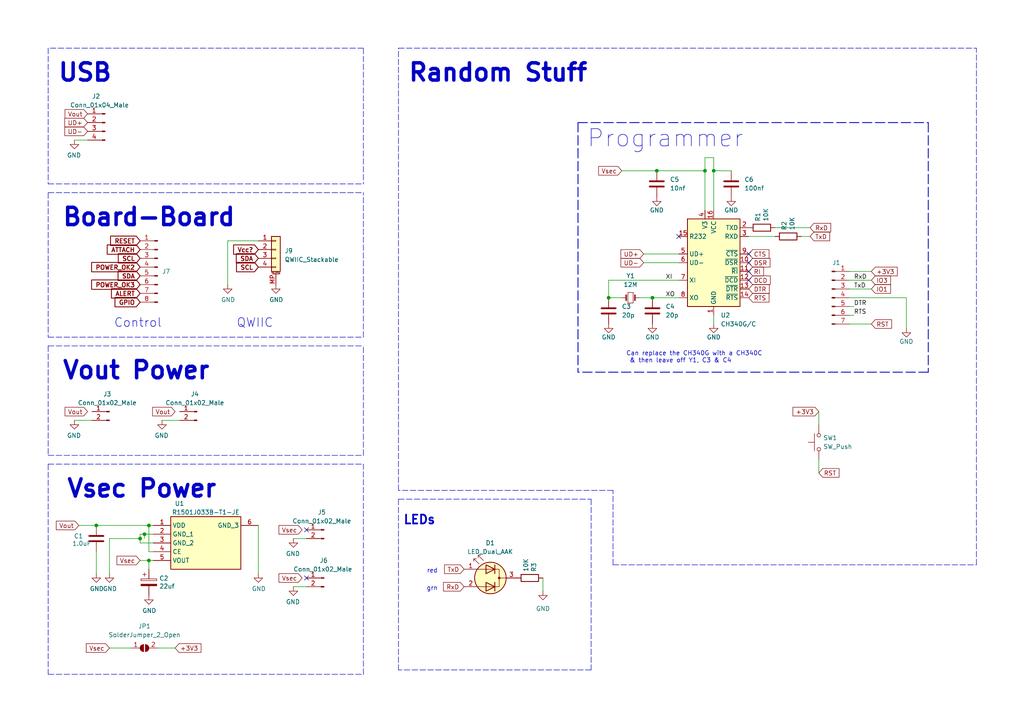
<source format=kicad_sch>
(kicad_sch (version 20211123) (generator eeschema)
  (paper "A4")
  (title_block (title "Prototype Board") (rev "0.0.4") (company "The Nerd Mage"))
  (lib_symbols
    (symbol "Connector:Conn_01x02_Male" (pin_names (offset 1.016) hide)
      (property "Reference" "J" (at 0 2.54 0))
      (property "Value" "Conn_01x02_Male" (at 0 -5.08 0))
      (symbol "Conn_01x02_Male_1_1"
        (polyline (pts (xy 1.27 -2.54) (xy 0.8636 -2.54)) (stroke (width 0.1524)))
        (polyline (pts (xy 1.27 0) (xy 0.8636 0)) (stroke (width 0.1524)))
        (rectangle (start 0.8636 -2.413) (end 0 -2.667) (stroke (width 0.1524)) (fill (type outline)))
        (rectangle (start 0.8636 0.127) (end 0 -0.127) (stroke (width 0.1524)) (fill (type outline)))
        (pin passive line (at 5.08 0 180) (length 3.81) (name "Pin_1") (number "1"))
        (pin passive line (at 5.08 -2.54 180) (length 3.81) (name "Pin_2") (number "2"))
      )
    )
    (symbol "Connector:Conn_01x04_Male" (pin_names (offset 1.016) hide)
      (property "Reference" "J" (at 0 5.08 0))
      (property "Value" "Conn_01x04_Male" (at 0 -7.62 0))
      (symbol "Conn_01x04_Male_1_1"
        (polyline (pts (xy 1.27 -5.08) (xy 0.8636 -5.08)) (stroke (width 0.1524)))
        (polyline (pts (xy 1.27 -2.54) (xy 0.8636 -2.54)) (stroke (width 0.1524)))
        (polyline (pts (xy 1.27 0) (xy 0.8636 0)) (stroke (width 0.1524)))
        (polyline (pts (xy 1.27 2.54) (xy 0.8636 2.54)) (stroke (width 0.1524)))
        (rectangle (start 0.8636 -4.953) (end 0 -5.207) (stroke (width 0.1524)) (fill (type outline)))
        (rectangle (start 0.8636 -2.413) (end 0 -2.667) (stroke (width 0.1524)) (fill (type outline)))
        (rectangle (start 0.8636 0.127) (end 0 -0.127) (stroke (width 0.1524)) (fill (type outline)))
        (rectangle (start 0.8636 2.667) (end 0 2.413) (stroke (width 0.1524)) (fill (type outline)))
        (pin passive line (at 5.08 2.54 180) (length 3.81) (name "Pin_1") (number "1"))
        (pin passive line (at 5.08 0 180) (length 3.81) (name "Pin_2") (number "2"))
        (pin passive line (at 5.08 -2.54 180) (length 3.81) (name "Pin_3") (number "3"))
        (pin passive line (at 5.08 -5.08 180) (length 3.81) (name "Pin_4") (number "4"))
      )
    )
    (symbol "Connector:Conn_01x07_Male" (pin_names (offset 1.016) hide)
      (property "Reference" "J" (at 0 10.16 0))
      (property "Value" "Conn_01x07_Male" (at 0 -10.16 0))
      (symbol "Conn_01x07_Male_1_1"
        (polyline (pts (xy 1.27 -7.62) (xy 0.8636 -7.62)) (stroke (width 0.1524)))
        (polyline (pts (xy 1.27 -5.08) (xy 0.8636 -5.08)) (stroke (width 0.1524)))
        (polyline (pts (xy 1.27 -2.54) (xy 0.8636 -2.54)) (stroke (width 0.1524)))
        (polyline (pts (xy 1.27 0) (xy 0.8636 0)) (stroke (width 0.1524)))
        (polyline (pts (xy 1.27 2.54) (xy 0.8636 2.54)) (stroke (width 0.1524)))
        (polyline (pts (xy 1.27 5.08) (xy 0.8636 5.08)) (stroke (width 0.1524)))
        (polyline (pts (xy 1.27 7.62) (xy 0.8636 7.62)) (stroke (width 0.1524)))
        (rectangle (start 0.8636 -7.493) (end 0 -7.747) (stroke (width 0.1524)) (fill (type outline)))
        (rectangle (start 0.8636 -4.953) (end 0 -5.207) (stroke (width 0.1524)) (fill (type outline)))
        (rectangle (start 0.8636 -2.413) (end 0 -2.667) (stroke (width 0.1524)) (fill (type outline)))
        (rectangle (start 0.8636 0.127) (end 0 -0.127) (stroke (width 0.1524)) (fill (type outline)))
        (rectangle (start 0.8636 2.667) (end 0 2.413) (stroke (width 0.1524)) (fill (type outline)))
        (rectangle (start 0.8636 5.207) (end 0 4.953) (stroke (width 0.1524)) (fill (type outline)))
        (rectangle (start 0.8636 7.747) (end 0 7.493) (stroke (width 0.1524)) (fill (type outline)))
        (pin passive line (at 5.08 7.62 180) (length 3.81) (name "Pin_1") (number "1"))
        (pin passive line (at 5.08 5.08 180) (length 3.81) (name "Pin_2") (number "2"))
        (pin passive line (at 5.08 2.54 180) (length 3.81) (name "Pin_3") (number "3"))
        (pin passive line (at 5.08 0 180) (length 3.81) (name "Pin_4") (number "4"))
        (pin passive line (at 5.08 -2.54 180) (length 3.81) (name "Pin_5") (number "5"))
        (pin passive line (at 5.08 -5.08 180) (length 3.81) (name "Pin_6") (number "6"))
        (pin passive line (at 5.08 -7.62 180) (length 3.81) (name "Pin_7") (number "7"))
      )
    )
    (symbol "Connector:Conn_01x08_Male" (pin_names (offset 1.016) hide)
      (property "Reference" "J" (at 0 10.16 0))
      (property "Value" "Conn_01x08_Male" (at 0 -12.7 0))
      (symbol "Conn_01x08_Male_1_1"
        (polyline (pts (xy 1.27 -10.16) (xy 0.8636 -10.16)) (stroke (width 0.1524)))
        (polyline (pts (xy 1.27 -7.62) (xy 0.8636 -7.62)) (stroke (width 0.1524)))
        (polyline (pts (xy 1.27 -5.08) (xy 0.8636 -5.08)) (stroke (width 0.1524)))
        (polyline (pts (xy 1.27 -2.54) (xy 0.8636 -2.54)) (stroke (width 0.1524)))
        (polyline (pts (xy 1.27 0) (xy 0.8636 0)) (stroke (width 0.1524)))
        (polyline (pts (xy 1.27 2.54) (xy 0.8636 2.54)) (stroke (width 0.1524)))
        (polyline (pts (xy 1.27 5.08) (xy 0.8636 5.08)) (stroke (width 0.1524)))
        (polyline (pts (xy 1.27 7.62) (xy 0.8636 7.62)) (stroke (width 0.1524)))
        (rectangle (start 0.8636 -10.033) (end 0 -10.287) (stroke (width 0.1524)) (fill (type outline)))
        (rectangle (start 0.8636 -7.493) (end 0 -7.747) (stroke (width 0.1524)) (fill (type outline)))
        (rectangle (start 0.8636 -4.953) (end 0 -5.207) (stroke (width 0.1524)) (fill (type outline)))
        (rectangle (start 0.8636 -2.413) (end 0 -2.667) (stroke (width 0.1524)) (fill (type outline)))
        (rectangle (start 0.8636 0.127) (end 0 -0.127) (stroke (width 0.1524)) (fill (type outline)))
        (rectangle (start 0.8636 2.667) (end 0 2.413) (stroke (width 0.1524)) (fill (type outline)))
        (rectangle (start 0.8636 5.207) (end 0 4.953) (stroke (width 0.1524)) (fill (type outline)))
        (rectangle (start 0.8636 7.747) (end 0 7.493) (stroke (width 0.1524)) (fill (type outline)))
        (pin passive line (at 5.08 7.62 180) (length 3.81) (name "Pin_1") (number "1"))
        (pin passive line (at 5.08 5.08 180) (length 3.81) (name "Pin_2") (number "2"))
        (pin passive line (at 5.08 2.54 180) (length 3.81) (name "Pin_3") (number "3"))
        (pin passive line (at 5.08 0 180) (length 3.81) (name "Pin_4") (number "4"))
        (pin passive line (at 5.08 -2.54 180) (length 3.81) (name "Pin_5") (number "5"))
        (pin passive line (at 5.08 -5.08 180) (length 3.81) (name "Pin_6") (number "6"))
        (pin passive line (at 5.08 -7.62 180) (length 3.81) (name "Pin_7") (number "7"))
        (pin passive line (at 5.08 -10.16 180) (length 3.81) (name "Pin_8") (number "8"))
      )
    )
    (symbol "Connector_QWIIC_Stackable:QWIIC_Stackable" (pin_names (offset 1.016) hide)
      (property "Reference" "J" (at 0 5.08 0))
      (property "Value" "QWIIC_Stackable" (at 1.27 -7.62 0))
      (symbol "QWIIC_Stackable_1_1"
        (rectangle (start -1.27 -4.953) (end 0 -5.207) (stroke (width 0.1524)))
        (rectangle (start -1.27 -2.413) (end 0 -2.667) (stroke (width 0.1524)))
        (rectangle (start -1.27 0.127) (end 0 -0.127) (stroke (width 0.1524)))
        (rectangle (start -1.27 2.667) (end 0 2.413) (stroke (width 0.1524)))
        (rectangle (start -1.27 3.81) (end 1.27 -6.35) (stroke (width 0.254)) (fill (type background)))
        (polyline (pts (xy -1.016 -7.112) (xy 1.016 -7.112)) (stroke (width 0.1524)))
        (text "Mounting" (at 0 -6.731 0) (effects (font (size 0.381 0.381))))
        (pin passive line (at -5.08 2.54 0) (length 3.81) (name "Pin_1") (number "1"))
        (pin passive line (at -5.08 0 0) (length 3.81) (name "Pin_2") (number "2"))
        (pin passive line (at -5.08 -2.54 0) (length 3.81) (name "Pin_3") (number "3"))
        (pin passive line (at -5.08 -5.08 0) (length 3.81) (name "Pin_4") (number "4"))
        (pin passive line (at 0 -10.16 90) (length 3.048) (name "MountPin") (number "MP"))
      )
    )
    (symbol "Device:C" (pin_numbers hide) (pin_names (offset 0.254))
      (property "Reference" "C" (at 0.635 2.54 0))
      (property "Value" "C" (at 0.635 -2.54 0))
      (symbol "C_0_1"
        (polyline (pts (xy -2.032 -0.762) (xy 2.032 -0.762)) (stroke (width 0.508)))
        (polyline (pts (xy -2.032 0.762) (xy 2.032 0.762)) (stroke (width 0.508)))
      )
      (symbol "C_1_1"
        (pin passive line (at 0 3.81 270) (length 2.794) (name "~") (number "1"))
        (pin passive line (at 0 -3.81 90) (length 2.794) (name "~") (number "2"))
      )
    )
    (symbol "Device:CP" (pin_numbers hide) (pin_names (offset 0.254))
      (property "Reference" "C" (at 0.635 2.54 0))
      (property "Value" "Device_CP" (at 0.635 -2.54 0))
      (symbol "CP_0_1"
        (rectangle (start -2.286 0.508) (end 2.286 1.016))
        (polyline (pts (xy -1.778 2.286) (xy -0.762 2.286)))
        (polyline (pts (xy -1.27 2.794) (xy -1.27 1.778)))
        (rectangle (start 2.286 -0.508) (end -2.286 -1.016) (fill (type outline)))
      )
      (symbol "CP_1_1"
        (pin passive line (at 0 3.81 270) (length 2.794) (name "~") (number "1"))
        (pin passive line (at 0 -3.81 90) (length 2.794) (name "~") (number "2"))
      )
    )
    (symbol "Device:Crystal_Small" (pin_numbers hide) (pin_names (offset 1.016) hide)
      (property "Reference" "Y" (at 0 2.54 0))
      (property "Value" "Crystal_Small" (at 0 -2.54 0))
      (symbol "Crystal_Small_0_1"
        (rectangle (start -0.762 -1.524) (end 0.762 1.524))
        (polyline (pts (xy -1.27 -0.762) (xy -1.27 0.762)) (stroke (width 0.381)))
        (polyline (pts (xy 1.27 -0.762) (xy 1.27 0.762)) (stroke (width 0.381)))
      )
      (symbol "Crystal_Small_1_1"
        (pin passive line (at -2.54 0 0) (length 1.27) (name "1") (number "1"))
        (pin passive line (at 2.54 0 180) (length 1.27) (name "2") (number "2"))
      )
    )
    (symbol "Device:LED_Dual_AAK" (pin_names (offset 0) hide)
      (property "Reference" "D" (at 0 5.715 0))
      (property "Value" "LED_Dual_AAK" (at 0 -6.35 0))
      (symbol "LED_Dual_AAK_0_1"
        (circle (center -2.54 0) (radius 0.2794) (fill (type outline)))
        (polyline (pts (xy -4.572 0) (xy -2.54 0)))
        (polyline (pts (xy -1.27 -1.27) (xy -1.27 -3.81)) (stroke (width 0.254)))
        (polyline (pts (xy -1.27 1.27) (xy -1.27 3.81)) (stroke (width 0.254)))
        (polyline (pts (xy 3.81 -2.54) (xy 1.905 -2.54)))
        (polyline (pts (xy 3.81 2.54) (xy 1.905 2.54)))
        (polyline (pts (xy 1.27 -3.81) (xy 1.27 -1.27) (xy -1.27 -2.54) (xy 1.27 -3.81)) (stroke (width 0.254)))
        (polyline (pts (xy 1.27 1.27) (xy 1.27 3.81) (xy -1.27 2.54) (xy 1.27 1.27)) (stroke (width 0.254)))
        (polyline (pts (xy 2.032 2.54) (xy -2.54 2.54) (xy -2.54 -2.54) (xy 2.032 -2.54)))
        (polyline (pts (xy 2.032 5.08) (xy 3.556 6.604) (xy 2.794 6.604) (xy 3.556 6.604) (xy 3.556 5.842)))
        (polyline (pts (xy 3.302 4.064) (xy 4.826 5.588) (xy 4.064 5.588) (xy 4.826 5.588) (xy 4.826 4.826)))
        (circle (center 0 0) (radius 4.572) (stroke (width 0.254)) (fill (type background)))
      )
      (symbol "LED_Dual_AAK_1_1"
        (pin input line (at 7.62 2.54 180) (length 3.81) (name "A1") (number "1"))
        (pin input line (at 7.62 -2.54 180) (length 3.81) (name "A2") (number "2"))
        (pin input line (at -7.62 0 0) (length 3.048) (name "K") (number "3"))
      )
    )
    (symbol "Device:LED_RGAB" (pin_names (offset 0) hide)
      (property "Reference" "D" (at 0 9.398 0))
      (property "Value" "LED_RGAB" (at 0 -8.89 0))
      (symbol "LED_RGAB_0_0"
        (text "B" (at -1.905 -6.35 0) (effects (font (size 1.27 1.27))))
        (text "G" (at -1.905 -1.27 0) (effects (font (size 1.27 1.27))))
        (text "R" (at -1.905 3.81 0) (effects (font (size 1.27 1.27))))
      )
      (symbol "LED_RGAB_0_1"
        (polyline (pts (xy -1.27 -5.08) (xy -2.54 -5.08)))
        (polyline (pts (xy -1.27 -5.08) (xy 1.27 -5.08)))
        (polyline (pts (xy -1.27 -3.81) (xy -1.27 -6.35)) (stroke (width 0.254)))
        (polyline (pts (xy -1.27 0) (xy -2.54 0)))
        (polyline (pts (xy -1.27 1.27) (xy -1.27 -1.27)) (stroke (width 0.254)))
        (polyline (pts (xy -1.27 5.08) (xy -2.54 5.08)))
        (polyline (pts (xy -1.27 5.08) (xy 1.27 5.08)))
        (polyline (pts (xy -1.27 6.35) (xy -1.27 3.81)) (stroke (width 0.254)))
        (polyline (pts (xy 1.27 0) (xy -1.27 0)))
        (polyline (pts (xy 1.27 0) (xy 2.54 0)))
        (polyline (pts (xy -1.27 1.27) (xy -1.27 -1.27) (xy -1.27 -1.27)))
        (polyline (pts (xy -1.27 6.35) (xy -1.27 3.81) (xy -1.27 3.81)))
        (polyline (pts (xy 1.27 -5.08) (xy 2.032 -5.08) (xy 2.032 5.08) (xy 1.27 5.08)))
        (polyline (pts (xy 1.27 -3.81) (xy 1.27 -6.35) (xy -1.27 -5.08) (xy 1.27 -3.81)) (stroke (width 0.254)))
        (polyline (pts (xy 1.27 1.27) (xy 1.27 -1.27) (xy -1.27 0) (xy 1.27 1.27)) (stroke (width 0.254)))
        (polyline (pts (xy 1.27 6.35) (xy 1.27 3.81) (xy -1.27 5.08) (xy 1.27 6.35)) (stroke (width 0.254)))
        (polyline (pts (xy -1.016 -3.81) (xy 0.508 -2.286) (xy -0.254 -2.286) (xy 0.508 -2.286) (xy 0.508 -3.048)))
        (polyline (pts (xy -1.016 1.27) (xy 0.508 2.794) (xy -0.254 2.794) (xy 0.508 2.794) (xy 0.508 2.032)))
        (polyline (pts (xy -1.016 6.35) (xy 0.508 7.874) (xy -0.254 7.874) (xy 0.508 7.874) (xy 0.508 7.112)))
        (polyline (pts (xy 0 -3.81) (xy 1.524 -2.286) (xy 0.762 -2.286) (xy 1.524 -2.286) (xy 1.524 -3.048)))
        (polyline (pts (xy 0 1.27) (xy 1.524 2.794) (xy 0.762 2.794) (xy 1.524 2.794) (xy 1.524 2.032)))
        (polyline (pts (xy 0 6.35) (xy 1.524 7.874) (xy 0.762 7.874) (xy 1.524 7.874) (xy 1.524 7.112)))
        (rectangle (start 1.27 -1.27) (end 1.27 1.27))
        (rectangle (start 1.27 1.27) (end 1.27 1.27))
        (rectangle (start 1.27 3.81) (end 1.27 6.35))
        (rectangle (start 1.27 6.35) (end 1.27 6.35))
        (circle (center 2.032 0) (radius 0.254) (fill (type outline)))
        (rectangle (start 2.794 8.382) (end -2.794 -7.62) (stroke (width 0.254)) (fill (type background)))
      )
      (symbol "LED_RGAB_1_1"
        (pin passive line (at -5.08 5.08 0) (length 2.54) (name "RK") (number "1"))
        (pin passive line (at -5.08 0 0) (length 2.54) (name "GK") (number "2"))
        (pin passive line (at 5.08 0 180) (length 2.54) (name "A") (number "3"))
        (pin passive line (at -5.08 -5.08 0) (length 2.54) (name "BK") (number "4"))
      )
    )
    (symbol "Device:LED_RGBA" (pin_names (offset 0) hide)
      (property "Reference" "D" (at 0 9.398 0))
      (property "Value" "LED_RGBA" (at 0 -8.89 0))
      (symbol "LED_RGBA_0_0"
        (text "B" (at -1.905 -6.35 0) (effects (font (size 1.27 1.27))))
        (text "G" (at -1.905 -1.27 0) (effects (font (size 1.27 1.27))))
        (text "R" (at -1.905 3.81 0) (effects (font (size 1.27 1.27))))
      )
      (symbol "LED_RGBA_0_1"
        (polyline (pts (xy -1.27 -5.08) (xy -2.54 -5.08)))
        (polyline (pts (xy -1.27 -5.08) (xy 1.27 -5.08)))
        (polyline (pts (xy -1.27 -3.81) (xy -1.27 -6.35)) (stroke (width 0.254)))
        (polyline (pts (xy -1.27 0) (xy -2.54 0)))
        (polyline (pts (xy -1.27 1.27) (xy -1.27 -1.27)) (stroke (width 0.254)))
        (polyline (pts (xy -1.27 5.08) (xy -2.54 5.08)))
        (polyline (pts (xy -1.27 5.08) (xy 1.27 5.08)))
        (polyline (pts (xy -1.27 6.35) (xy -1.27 3.81)) (stroke (width 0.254)))
        (polyline (pts (xy 1.27 0) (xy -1.27 0)))
        (polyline (pts (xy 1.27 0) (xy 2.54 0)))
        (polyline (pts (xy -1.27 1.27) (xy -1.27 -1.27) (xy -1.27 -1.27)))
        (polyline (pts (xy -1.27 6.35) (xy -1.27 3.81) (xy -1.27 3.81)))
        (polyline (pts (xy 1.27 -5.08) (xy 2.032 -5.08) (xy 2.032 5.08) (xy 1.27 5.08)))
        (polyline (pts (xy 1.27 -3.81) (xy 1.27 -6.35) (xy -1.27 -5.08) (xy 1.27 -3.81)) (stroke (width 0.254)))
        (polyline (pts (xy 1.27 1.27) (xy 1.27 -1.27) (xy -1.27 0) (xy 1.27 1.27)) (stroke (width 0.254)))
        (polyline (pts (xy 1.27 6.35) (xy 1.27 3.81) (xy -1.27 5.08) (xy 1.27 6.35)) (stroke (width 0.254)))
        (polyline (pts (xy -1.016 -3.81) (xy 0.508 -2.286) (xy -0.254 -2.286) (xy 0.508 -2.286) (xy 0.508 -3.048)))
        (polyline (pts (xy -1.016 1.27) (xy 0.508 2.794) (xy -0.254 2.794) (xy 0.508 2.794) (xy 0.508 2.032)))
        (polyline (pts (xy -1.016 6.35) (xy 0.508 7.874) (xy -0.254 7.874) (xy 0.508 7.874) (xy 0.508 7.112)))
        (polyline (pts (xy 0 -3.81) (xy 1.524 -2.286) (xy 0.762 -2.286) (xy 1.524 -2.286) (xy 1.524 -3.048)))
        (polyline (pts (xy 0 1.27) (xy 1.524 2.794) (xy 0.762 2.794) (xy 1.524 2.794) (xy 1.524 2.032)))
        (polyline (pts (xy 0 6.35) (xy 1.524 7.874) (xy 0.762 7.874) (xy 1.524 7.874) (xy 1.524 7.112)))
        (rectangle (start 1.27 -1.27) (end 1.27 1.27))
        (rectangle (start 1.27 1.27) (end 1.27 1.27))
        (rectangle (start 1.27 3.81) (end 1.27 6.35))
        (rectangle (start 1.27 6.35) (end 1.27 6.35))
        (circle (center 2.032 0) (radius 0.254) (fill (type outline)))
        (rectangle (start 2.794 8.382) (end -2.794 -7.62) (stroke (width 0.254)) (fill (type background)))
      )
      (symbol "LED_RGBA_1_1"
        (pin passive line (at -5.08 5.08 0) (length 2.54) (name "RK") (number "1"))
        (pin passive line (at -5.08 0 0) (length 2.54) (name "GK") (number "2"))
        (pin passive line (at -5.08 -5.08 0) (length 2.54) (name "BK") (number "3"))
        (pin passive line (at 5.08 0 180) (length 2.54) (name "A") (number "4"))
      )
    )
    (symbol "Device:R" (pin_numbers hide) (pin_names (offset 0))
      (property "Reference" "R" (at 2.032 0 90))
      (property "Value" "R" (at 0 0 90))
      (symbol "R_0_1"
        (rectangle (start -1.016 -2.54) (end 1.016 2.54) (stroke (width 0.254)))
      )
      (symbol "R_1_1"
        (pin passive line (at 0 3.81 270) (length 1.27) (name "~") (number "1"))
        (pin passive line (at 0 -3.81 90) (length 1.27) (name "~") (number "2"))
      )
    )
    (symbol "Interface_USB:CH340G"
      (property "Reference" "U" (at -5.08 13.97 0))
      (property "Value" "CH340G" (at 1.27 13.97 0))
      (symbol "CH340G_0_1"
        (rectangle (start -7.62 12.7) (end 7.62 -12.7) (stroke (width 0.254)) (fill (type background)))
      )
      (symbol "CH340G_1_1"
        (pin power_in line (at 0 -15.24 90) (length 2.54) (name "GND") (number "1"))
        (pin input line (at 10.16 0 180) (length 2.54) (name "~{DSR}") (number "10"))
        (pin input line (at 10.16 -2.54 180) (length 2.54) (name "~{RI}") (number "11"))
        (pin input line (at 10.16 -5.08 180) (length 2.54) (name "~{DCD}") (number "12"))
        (pin output line (at 10.16 -7.62 180) (length 2.54) (name "~{DTR}") (number "13"))
        (pin output line (at 10.16 -10.16 180) (length 2.54) (name "~{RTS}") (number "14"))
        (pin input line (at -10.16 7.62 0) (length 2.54) (name "R232") (number "15"))
        (pin power_in line (at 0 15.24 270) (length 2.54) (name "VCC") (number "16"))
        (pin output line (at 10.16 10.16 180) (length 2.54) (name "TXD") (number "2"))
        (pin input line (at 10.16 7.62 180) (length 2.54) (name "RXD") (number "3"))
        (pin passive line (at -2.54 15.24 270) (length 2.54) (name "V3") (number "4"))
        (pin bidirectional line (at -10.16 2.54 0) (length 2.54) (name "UD+") (number "5"))
        (pin bidirectional line (at -10.16 0 0) (length 2.54) (name "UD-") (number "6"))
        (pin input line (at -10.16 -5.08 0) (length 2.54) (name "XI") (number "7"))
        (pin output line (at -10.16 -10.16 0) (length 2.54) (name "XO") (number "8"))
        (pin input line (at 10.16 2.54 180) (length 2.54) (name "~{CTS}") (number "9"))
      )
    )
    (symbol "Jumper:SolderJumper_2_Open" (pin_names (offset 0) hide)
      (property "Reference" "JP" (at 0 2.032 0))
      (property "Value" "SolderJumper_2_Open" (at 0 -2.54 0))
      (symbol "SolderJumper_2_Open_0_1"
        (arc (start -0.254 1.016) (mid -1.27 0) (end -0.254 -1.016))
        (arc (start -0.254 1.016) (mid -1.27 0) (end -0.254 -1.016) (fill (type outline)))
        (polyline (pts (xy -0.254 1.016) (xy -0.254 -1.016)))
        (polyline (pts (xy 0.254 1.016) (xy 0.254 -1.016)))
        (arc (start 0.254 -1.016) (mid 1.27 0) (end 0.254 1.016))
        (arc (start 0.254 -1.016) (mid 1.27 0) (end 0.254 1.016) (fill (type outline)))
      )
      (symbol "SolderJumper_2_Open_1_1"
        (pin passive line (at -3.81 0 0) (length 2.54) (name "A") (number "1"))
        (pin passive line (at 3.81 0 180) (length 2.54) (name "B") (number "2"))
      )
    )
    (symbol "R1501J033B-T1-JE:R1501J033B-T1-JE"
      (property "Reference" "U" (at 0 0 0))
      (property "Value" "R1501J033B-T1-JE" (at 2.54 8.89 0))
      (symbol "R1501J033B-T1-JE_1_1"
        (rectangle (start 5.08 2.54) (end 25.4 -12.7) (stroke (width 0.254)) (fill (type background)))
        (pin passive line (at 0 0 0) (length 5.08) (name "VDD") (number "1"))
        (pin passive line (at 0 -2.54 0) (length 5.08) (name "GND_1") (number "2"))
        (pin passive line (at 0 -5.08 0) (length 5.08) (name "GND_2") (number "3"))
        (pin passive line (at 0 -7.62 0) (length 5.08) (name "CE") (number "4"))
        (pin passive line (at 0 -10.16 0) (length 5.08) (name "VOUT") (number "5"))
        (pin passive line (at 30.48 0 180) (length 5.08) (name "GND_3") (number "6"))
      )
    )
    (symbol "Switch:SW_Push" (pin_numbers hide) (pin_names (offset 1.016) hide)
      (property "Reference" "SW" (at 1.27 2.54 0))
      (property "Value" "SW_Push" (at 0 -1.524 0))
      (symbol "SW_Push_0_1"
        (circle (center -2.032 0) (radius 0.508))
        (polyline (pts (xy 0 1.27) (xy 0 3.048)))
        (polyline (pts (xy 2.54 1.27) (xy -2.54 1.27)))
        (circle (center 2.032 0) (radius 0.508))
        (pin passive line (at -5.08 0 0) (length 2.54) (name "1") (number "1"))
        (pin passive line (at 5.08 0 180) (length 2.54) (name "2") (number "2"))
      )
    )
    (symbol "power:GND" (power) (pin_names (offset 0))
      (property "Value" "GND" (at 0 -3.81 0))
      (symbol "GND_0_1"
        (polyline (pts (xy 0 0) (xy 0 -1.27) (xy 1.27 -1.27) (xy 0 -2.54) (xy -1.27 -1.27) (xy 0 -1.27)))
      )
      (symbol "GND_1_1"
        (pin power_in line (at 0 0 270) (length 0) hide (name "GND") (number "1"))
      )
    )
  )
  (junction (at 189.23 86.36))
  (junction (at 43.18 162.56))
  (junction (at 40.64 156.21))
  (junction (at 41.91 154.94))
  (junction (at 190.5 49.53))
  (junction (at 207.01 49.53))
  (junction (at 176.53 86.36))
  (junction (at 204.47 49.53))
  (junction (at 27.94 152.4))
  (junction (at 43.18 152.4))
  (no_connect (at 88.9 153.67))
  (no_connect (at 217.17 78.74))
  (no_connect (at 217.17 73.66))
  (no_connect (at 196.85 68.58))
  (no_connect (at 217.17 81.28))
  (no_connect (at 217.17 76.2))
  (no_connect (at 88.9 167.64))
  (wire (pts (xy 204.47 49.53) (xy 204.47 45.72)))
  (polyline (pts (xy 13.97 13.97) (xy 13.97 53.34)))
  (wire (pts (xy 31.75 187.96) (xy 38.1 187.96)))
  (polyline (pts (xy 115.57 144.78) (xy 171.45 144.78)))
  (wire (pts (xy 176.53 81.28) (xy 176.53 86.36)))
  (polyline (pts (xy 115.57 144.78) (xy 115.57 194.31)))
  (wire (pts (xy 176.53 86.36) (xy 180.34 86.36)))
  (polyline (pts (xy 13.97 53.34) (xy 105.41 53.34)))
  (wire (pts (xy 176.53 81.28) (xy 196.85 81.28)))
  (wire (pts (xy 45.72 187.96) (xy 50.8 187.96)))
  (wire (pts (xy 40.64 156.21) (xy 40.64 157.48)))
  (wire (pts (xy 180.34 49.53) (xy 190.5 49.53)))
  (wire (pts (xy 27.94 152.4) (xy 43.18 152.4)))
  (polyline (pts (xy 13.97 134.62) (xy 105.41 134.62)))
  (wire (pts (xy 43.18 160.02) (xy 43.18 152.4)))
  (wire (pts (xy 43.18 152.4) (xy 44.45 152.4)))
  (wire (pts (xy 262.89 95.25) (xy 262.89 86.36)))
  (polyline (pts (xy 13.97 100.33) (xy 13.97 132.08)))
  (wire (pts (xy 74.93 69.85) (xy 66.04 69.85)))
  (wire (pts (xy 207.01 49.53) (xy 207.01 60.96)))
  (wire (pts (xy 44.45 160.02) (xy 43.18 160.02)))
  (wire (pts (xy 262.89 86.36) (xy 246.38 86.36)))
  (wire (pts (xy 41.91 156.21) (xy 41.91 154.94)))
  (wire (pts (xy 246.38 91.44) (xy 247.65 91.44)))
  (polyline (pts (xy 13.97 97.79) (xy 105.41 97.79)))
  (polyline (pts (xy 13.97 132.08) (xy 105.41 132.08)))
  (wire (pts (xy 246.38 93.98) (xy 252.73 93.98)))
  (wire (pts (xy 74.93 152.4) (xy 74.93 166.37)))
  (polyline (pts (xy 269.24 35.56) (xy 269.24 107.95)) (stroke (width 0.25)))
  (polyline (pts (xy 171.45 194.31) (xy 115.57 194.31)))
  (polyline (pts (xy 105.41 13.97) (xy 105.41 53.34)))
  (wire (pts (xy 25.4 40.64) (xy 21.59 40.64)))
  (wire (pts (xy 22.86 152.4) (xy 27.94 152.4)))
  (polyline (pts (xy 13.97 134.62) (xy 13.97 195.58)))
  (wire (pts (xy 207.01 45.72) (xy 207.01 49.53)))
  (polyline (pts (xy 13.97 195.58) (xy 105.41 195.58)))
  (wire (pts (xy 207.01 93.98) (xy 207.01 91.44)))
  (wire (pts (xy 43.18 162.56) (xy 43.18 165.1)))
  (wire (pts (xy 232.41 68.58) (xy 234.95 68.58)))
  (polyline (pts (xy 115.57 142.24) (xy 115.57 13.97)))
  (wire (pts (xy 43.18 162.56) (xy 44.45 162.56)))
  (wire (pts (xy 207.01 49.53) (xy 212.09 49.53)))
  (polyline (pts (xy 167.64 35.56) (xy 269.24 35.56)) (stroke (width 0.25)))
  (wire (pts (xy 88.9 170.18) (xy 85.09 170.18)))
  (wire (pts (xy 40.64 157.48) (xy 44.45 157.48)))
  (wire (pts (xy 148.59 227.33) (xy 148.59 231.14)))
  (polyline (pts (xy 115.57 13.97) (xy 283.21 13.97)))
  (polyline (pts (xy 177.8 142.24) (xy 115.57 142.24)))
  (polyline (pts (xy 167.64 35.56) (xy 167.64 107.95)) (stroke (width 0.25)))
  (wire (pts (xy 246.38 83.82) (xy 252.73 83.82)))
  (wire (pts (xy 46.99 121.92) (xy 52.07 121.92)))
  (wire (pts (xy 21.59 121.92) (xy 26.67 121.92)))
  (polyline (pts (xy 177.8 163.83) (xy 177.8 142.24)))
  (wire (pts (xy 217.17 68.58) (xy 224.79 68.58)))
  (wire (pts (xy 27.94 160.02) (xy 27.94 166.37)))
  (wire (pts (xy 204.47 45.72) (xy 207.01 45.72)))
  (wire (pts (xy 186.69 76.2) (xy 196.85 76.2)))
  (polyline (pts (xy 105.41 132.08) (xy 105.41 100.33)))
  (wire (pts (xy 186.69 73.66) (xy 196.85 73.66)))
  (wire (pts (xy 224.79 66.04) (xy 234.95 66.04)))
  (wire (pts (xy 246.38 88.9) (xy 247.65 88.9)))
  (wire (pts (xy 147.32 257.81) (xy 147.32 261.62)))
  (wire (pts (xy 237.49 133.35) (xy 237.49 137.16)))
  (wire (pts (xy 44.45 154.94) (xy 41.91 154.94)))
  (wire (pts (xy 204.47 49.53) (xy 190.5 49.53)))
  (wire (pts (xy 246.38 78.74) (xy 252.73 78.74)))
  (polyline (pts (xy 105.41 195.58) (xy 105.41 134.62)))
  (polyline (pts (xy 177.8 163.83) (xy 283.21 163.83)))
  (wire (pts (xy 40.64 154.94) (xy 40.64 156.21)))
  (wire (pts (xy 31.75 166.37) (xy 31.75 156.21)))
  (wire (pts (xy 88.9 156.21) (xy 85.09 156.21)))
  (polyline (pts (xy 13.97 55.88) (xy 13.97 97.79)))
  (polyline (pts (xy 269.24 107.95) (xy 167.64 107.95)) (stroke (width 0.25)))
  (wire (pts (xy 66.04 69.85) (xy 66.04 82.55)))
  (wire (pts (xy 41.91 154.94) (xy 40.64 154.94)))
  (polyline (pts (xy 13.97 55.88) (xy 105.41 55.88)))
  (wire (pts (xy 246.38 81.28) (xy 252.73 81.28)))
  (wire (pts (xy 204.47 49.53) (xy 204.47 60.96)))
  (polyline (pts (xy 171.45 144.78) (xy 171.45 194.31)))
  (polyline (pts (xy 13.97 100.33) (xy 105.41 100.33)))
  (wire (pts (xy 185.42 86.36) (xy 189.23 86.36)))
  (wire (pts (xy 196.85 86.36) (xy 189.23 86.36)))
  (polyline (pts (xy 105.41 97.79) (xy 105.41 55.88)))
  (polyline (pts (xy 105.41 13.97) (xy 13.97 13.97)))
  (wire (pts (xy 31.75 156.21) (xy 40.64 156.21)))
  (wire (pts (xy 157.48 167.64) (xy 157.48 171.45)))
  (polyline (pts (xy 283.21 163.83) (xy 283.21 13.97)))
  (wire (pts (xy 237.49 119.38) (xy 237.49 123.19)))
  (wire (pts (xy 40.64 162.56) (xy 43.18 162.56)))
  (text "red" (at 123.19 223.52 180) (effects (font (size 1.27 1.27)) (justify right bottom)))
  (text "Vout Power" (at 17.78 110.49 0) (effects (font (size 5 5) (thickness 1) bold) (justify left bottom)))
  (text "USB" (at 16.51 24.13 0) (effects (font (size 5 5) (thickness 1) bold) (justify left bottom)))
  (text "Programmer" (at 170.18 43.18 0) (effects (font (size 5 5)) (justify left bottom)))
  (text "red" (at 127 166.37 180) (effects (font (size 1.27 1.27)) (justify right bottom)))
  (text "grn" (at 121.92 259.08 180) (effects (font (size 1.27 1.27)) (justify right bottom)))
  (text "grn" (at 127 171.45 180) (effects (font (size 1.27 1.27)) (justify right bottom)))
  (text "Can replace the CH340G with a CH340C\n & then leave off Y1, C3 & C4" (at 181.61 105.41 0) (effects (font (size 1.27 1.27)) (justify left bottom)))
  (text "grn" (at 123.19 228.6 180) (effects (font (size 1.27 1.27)) (justify right bottom)))
  (text "red" (at 121.92 254 180) (effects (font (size 1.27 1.27)) (justify right bottom)))
  (text "QWIIC" (at 68.58 95.25 0) (effects (font (size 2.54 2.54)) (justify left bottom)))
  (text "Board-Board" (at 17.78 66.04 0) (effects (font (size 5 5) (thickness 1) bold) (justify left bottom)))
  (text "Random Stuff" (at 118.11 24.13 0) (effects (font (size 5 5) (thickness 1) bold) (justify left bottom)))
  (text "Vsec Power" (at 19.05 144.78 0) (effects (font (size 5 5) (thickness 1) bold) (justify left bottom)))
  (text "Control" (at 33.02 95.25 0) (effects (font (size 2.54 2.54)) (justify left bottom)))
  (text "LEDs" (at 116.84 152.4 180) (effects (font (size 2.54 2.54) (thickness 0.508) bold) (justify left bottom)))
  (label "RTS" (at 247.65 91.44 0))
  (label "TxD" (at 247.65 83.82 0))
  (label "XI" (at 193.04 81.28 0))
  (label "RxD" (at 247.65 81.28 0))
  (label "DTR" (at 247.65 88.9 0))
  (label "XO" (at 193.04 86.36 0))
  (global_label "TxD" (shape input) (at 130.81 222.25 180) (property "Intersheet References" "${INTERSHEET_REFS}" (effects hide)))
  (global_label "SDA" (shape input) (at 40.64 80.01 180) (effects (font bold)) (property "Intersheet References" "${INTERSHEET_REFS}" (effects hide)))
  (global_label "UD-" (shape input) (at 186.69 76.2 180) (property "Intersheet References" "${INTERSHEET_REFS}" (effects hide)))
  (global_label "POWER_OK3" (shape input) (at 40.64 82.55 180) (effects (font (thickness 0.254) bold)) (property "Intersheet References" "${INTERSHEET_REFS}" (effects hide)))
  (global_label "GPIO" (shape input) (at 40.64 87.63 180) (effects (font (thickness 0.254) bold)) (property "Intersheet References" "${INTERSHEET_REFS}" (effects hide)))
  (global_label "Vout" (shape input) (at 22.86 152.4 180) (property "Intersheet References" "${INTERSHEET_REFS}" (effects hide)))
  (global_label "RxD" (shape input) (at 134.62 170.18 180) (property "Intersheet References" "${INTERSHEET_REFS}" (effects hide)))
  (global_label "Vcc?" (shape input) (at 74.93 72.39 180) (effects (font (thickness 0.254) bold)) (property "Intersheet References" "${INTERSHEET_REFS}" (effects hide)))
  (global_label "TxD" (shape input) (at 129.54 252.73 180) (property "Intersheet References" "${INTERSHEET_REFS}" (effects hide)))
  (global_label "Vout" (shape input) (at 25.4 33.02 180) (property "Intersheet References" "${INTERSHEET_REFS}" (effects hide)))
  (global_label "Vout" (shape input) (at 25.4 119.38 180) (property "Intersheet References" "${INTERSHEET_REFS}" (effects hide)))
  (global_label "RTS" (shape input) (at 217.17 86.36 0) (property "Intersheet References" "${INTERSHEET_REFS}" (effects hide)))
  (global_label "DCD" (shape input) (at 217.17 81.28 0) (property "Intersheet References" "${INTERSHEET_REFS}" (effects hide)))
  (global_label "Vout" (shape input) (at 50.8 119.38 180) (property "Intersheet References" "${INTERSHEET_REFS}" (effects hide)))
  (global_label "TxD" (shape input) (at 134.62 165.1 180) (property "Intersheet References" "${INTERSHEET_REFS}" (effects hide)))
  (global_label "Vsec" (shape input) (at 31.75 187.96 180) (property "Intersheet References" "${INTERSHEET_REFS}" (effects hide)))
  (global_label "UD-" (shape input) (at 25.4 38.1 180) (property "Intersheet References" "${INTERSHEET_REFS}" (effects hide)))
  (global_label "ALERT" (shape input) (at 40.64 85.09 180) (effects (font bold)) (property "Intersheet References" "${INTERSHEET_REFS}" (effects hide)))
  (global_label "RST" (shape input) (at 252.73 93.98 0) (property "Intersheet References" "${INTERSHEET_REFS}" (effects hide)))
  (global_label "+3V3" (shape input) (at 50.8 187.96 0) (property "Intersheet References" "${INTERSHEET_REFS}" (effects hide)))
  (global_label "RI" (shape input) (at 217.17 78.74 0) (property "Intersheet References" "${INTERSHEET_REFS}" (effects hide)))
  (global_label "Vsec" (shape input) (at 87.63 153.67 180) (property "Intersheet References" "${INTERSHEET_REFS}" (effects hide)))
  (global_label "IO1" (shape input) (at 252.73 83.82 0) (property "Intersheet References" "${INTERSHEET_REFS}" (effects hide)))
  (global_label "ATTACH" (shape input) (at 40.64 72.39 180) (effects (font (thickness 0.254) bold)) (property "Intersheet References" "${INTERSHEET_REFS}" (effects hide)))
  (global_label "Vsec" (shape input) (at 87.63 167.64 180) (property "Intersheet References" "${INTERSHEET_REFS}" (effects hide)))
  (global_label "POWER_OK2" (shape input) (at 40.64 77.47 180) (effects (font (thickness 0.254) bold)) (property "Intersheet References" "${INTERSHEET_REFS}" (effects hide)))
  (global_label "SDA" (shape input) (at 74.93 74.93 180) (effects (font bold)) (property "Intersheet References" "${INTERSHEET_REFS}" (effects hide)))
  (global_label "Vsec" (shape input) (at 180.34 49.53 180) (property "Intersheet References" "${INTERSHEET_REFS}" (effects hide)))
  (global_label "DTR" (shape input) (at 217.17 83.82 0) (property "Intersheet References" "${INTERSHEET_REFS}" (effects hide)))
  (global_label "+3V3" (shape input) (at 252.73 78.74 0) (property "Intersheet References" "${INTERSHEET_REFS}" (effects hide)))
  (global_label "+3V3" (shape input) (at 237.49 119.38 180) (property "Intersheet References" "${INTERSHEET_REFS}" (effects hide)))
  (global_label "RxD" (shape input) (at 129.54 257.81 180) (property "Intersheet References" "${INTERSHEET_REFS}" (effects hide)))
  (global_label "IO3" (shape input) (at 252.73 81.28 0) (property "Intersheet References" "${INTERSHEET_REFS}" (effects hide)))
  (global_label "CTS" (shape input) (at 217.17 73.66 0) (property "Intersheet References" "${INTERSHEET_REFS}" (effects hide)))
  (global_label "RESET" (shape input) (at 40.64 69.85 180) (effects (font (thickness 0.254) bold)) (property "Intersheet References" "${INTERSHEET_REFS}" (effects hide)))
  (global_label "Vsec" (shape input) (at 40.64 162.56 180) (property "Intersheet References" "${INTERSHEET_REFS}" (effects hide)))
  (global_label "RxD" (shape input) (at 234.95 66.04 0) (property "Intersheet References" "${INTERSHEET_REFS}" (effects hide)))
  (global_label "SCL" (shape input) (at 74.93 77.47 180) (effects (font (thickness 0.254) bold)) (property "Intersheet References" "${INTERSHEET_REFS}" (effects hide)))
  (global_label "SCL" (shape input) (at 40.64 74.93 180) (effects (font (thickness 0.254) bold)) (property "Intersheet References" "${INTERSHEET_REFS}" (effects hide)))
  (global_label "RxD" (shape input) (at 130.81 227.33 180) (property "Intersheet References" "${INTERSHEET_REFS}" (effects hide)))
  (global_label "TxD" (shape input) (at 234.95 68.58 0) (property "Intersheet References" "${INTERSHEET_REFS}" (effects hide)))
  (global_label "RST" (shape input) (at 237.49 137.16 0) (property "Intersheet References" "${INTERSHEET_REFS}" (effects hide)))
  (global_label "UD+" (shape input) (at 186.69 73.66 180) (property "Intersheet References" "${INTERSHEET_REFS}" (effects hide)))
  (global_label "UD+" (shape input) (at 25.4 35.56 180) (property "Intersheet References" "${INTERSHEET_REFS}" (effects hide)))
  (global_label "DSR" (shape input) (at 217.17 76.2 0) (property "Intersheet References" "${INTERSHEET_REFS}" (effects hide)))
  (symbol (lib_id "power:GND") (at 157.48 171.45 0) (mirror y) (unit 1)
    (property "Reference" "#PWR0110" (effects hide))
    (property "Value" "GND" (at 157.48 176.53 0))
  )
  (symbol (lib_id "Device:R") (at 144.78 227.33 270) (mirror x) (unit 1) (in_bom no) (on_board no)
    (property "Reference" "R5" (at 145.9484 225.552 0) (effects (justify left)))
    (property "Value" "10K" (at 143.637 225.552 0) (effects (justify left)))
    (property "Footprint" "Resistor_SMD:R_0603_1608Metric_Pad0.98x0.95mm_HandSolder" (effects hide))
  )
  (symbol (lib_id "power:GND") (at 176.53 93.98 0) (unit 1)
    (property "Reference" "#PWR0113" (effects hide))
    (property "Value" "GND" (at 176.53 97.79 0))
  )
  (symbol (lib_id "power:GND") (at 27.94 166.37 0) (unit 1)
    (property "Reference" "#PWR0101" (effects hide))
    (property "Value" "GND" (at 28.067 170.7642 0))
  )
  (symbol (lib_id "power:GND") (at 262.89 95.25 0) (unit 1)
    (property "Reference" "#PWR0111" (effects hide))
    (property "Value" "GND" (at 262.89 99.06 0))
  )
  (symbol (lib_id "power:GND") (at 31.75 166.37 0) (unit 1)
    (property "Reference" "#PWR0107" (effects hide))
    (property "Value" "GND" (at 31.877 170.7642 0))
  )
  (symbol (lib_id "Device:LED_RGAB") (at 134.62 257.81 0) (unit 1)
    (property "Reference" "D2" (at 134.62 243.84 0))
    (property "Value" "XL-2012RGBC" (at 134.62 246.38 0))
    (property "Footprint" "Tinker:XL-2012RGBC" (effects hide))
    (property "LCSC" "C965848" (effects hide))
  )
  (symbol (lib_id "power:GND") (at 85.09 170.18 0) (mirror y) (unit 1)
    (property "Reference" "#PWR0103" (effects hide))
    (property "Value" "GND" (at 84.963 174.5742 0))
  )
  (symbol (lib_id "Connector:Conn_01x02_Male") (at 31.75 119.38 0) (mirror y) (unit 1) (in_bom no)
    (property "Reference" "J3" (at 31.115 114.3 0))
    (property "Value" "Conn_01x02_Male" (at 31.115 116.84 0))
    (property "Footprint" "Tinker:PinHeader_1x02_P2.54mm_Vertical" (effects hide))
  )
  (symbol (lib_id "Interface_USB:CH340G") (at 207.01 76.2 0) (unit 1)
    (property "Reference" "U2" (at 209.0294 91.44 0) (effects (justify left)))
    (property "Value" "CH340G/C" (at 209.0294 93.98 0) (effects (justify left)))
    (property "Footprint" "Package_SO:SOIC-16_3.9x9.9mm_P1.27mm" (effects hide))
    (property "Datasheet" "http://www.datasheet5.com/pdf-local-2195953" (effects hide))
    (property "LCSC" "C14267/C84681" (effects hide))
  )
  (symbol (lib_id "Device:C") (at 190.5 53.34 0) (unit 1)
    (property "Reference" "C5" (at 194.31 52.0699 0) (effects (justify left)))
    (property "Value" "10nf" (at 194.31 54.6099 0) (effects (justify left)))
    (property "Footprint" "Capacitor_SMD:C_0603_1608Metric_Pad1.08x0.95mm_HandSolder" (effects hide))
    (property "LCSC" "C161232" (effects hide))
  )
  (symbol (lib_id "power:GND") (at 21.59 40.64 0) (mirror y) (unit 1)
    (property "Reference" "#PWR0106" (effects hide))
    (property "Value" "GND" (at 21.463 45.0342 0))
  )
  (symbol (lib_id "Connector:Conn_01x02_Male") (at 57.15 119.38 0) (mirror y) (unit 1) (in_bom no)
    (property "Reference" "J4" (at 56.515 114.3 0))
    (property "Value" "Conn_01x02_Male" (at 56.515 116.84 0))
    (property "Footprint" "Tinker:PinHeader_1x02_P2.54mm_Vertical" (effects hide))
  )
  (symbol (lib_id "power:GND") (at 148.59 231.14 0) (mirror y) (unit 1)
    (property "Reference" "#PWR0117" (effects hide))
    (property "Value" "GND" (at 148.59 236.22 0))
  )
  (symbol (lib_id "R1501J033B-T1-JE:R1501J033B-T1-JE") (at 44.45 152.4 0) (unit 1)
    (property "Reference" "U1" (at 52.07 146.05 0))
    (property "Value" "R1501J033B-T1-JE" (at 59.69 148.59 0))
    (property "Footprint" "Tinker:R1501J033BT1JE" (effects hide))
    (property "Reference_1" "IC" (effects hide))
    (property "Value_1" "R1501J033B-T1-JE" (effects hide))
    (property "Footprint_1" "R1501J033BT1JE" (effects hide))
    (property "Datasheet_1" "https://www.nisshinbo-microdevices.co.jp/en/pdf/datasheet/r1501-ec.pdf" (effects hide))
    (property "Height" "2.627" (effects hide))
    (property "Manufacturer_Name" "Nisshinbo" (effects hide))
    (property "Manufacturer_Part_Number" "R1501J033B-T1-JE" (effects hide))
    (property "LCSC" "C3748149" (effects hide))
    (property "DigiKey" "2129-R1501J033B-T1-JECT-ND" (effects hide))
  )
  (symbol (lib_id "Connector:Conn_01x02_Male") (at 93.98 153.67 0) (mirror y) (unit 1) (in_bom no)
    (property "Reference" "J5" (at 93.345 148.59 0))
    (property "Value" "Conn_01x02_Male" (at 93.345 151.13 0))
    (property "Footprint" "Tinker:PinHeader_1x02_P2.54mm_Vertical" (effects hide))
  )
  (symbol (lib_id "power:GND") (at 207.01 93.98 0) (unit 1)
    (property "Reference" "#PWR0115" (effects hide))
    (property "Value" "GND" (at 207.01 97.79 0))
  )
  (symbol (lib_id "Device:C") (at 189.23 90.17 0) (unit 1)
    (property "Reference" "C4" (at 193.04 88.8999 0) (effects (justify left)))
    (property "Value" "20p" (at 193.04 91.4399 0) (effects (justify left)))
    (property "Footprint" "Capacitor_SMD:C_0603_1608Metric_Pad1.08x0.95mm_HandSolder" (effects hide))
    (property "LCSC" "C325469" (effects hide))
  )
  (symbol (lib_id "Device:Crystal_Small") (at 182.88 86.36 0) (unit 1)
    (property "Reference" "Y1" (at 182.88 80.01 0))
    (property "Value" "12M" (at 182.88 82.55 0))
    (property "Footprint" "Crystal:Crystal_SMD_5032-2Pin_5.0x3.2mm" (effects hide))
    (property "LCSC" "C2842275" (effects hide))
  )
  (symbol (lib_id "power:GND") (at 147.32 261.62 0) (mirror y) (unit 1)
    (property "Reference" "#PWR0118" (effects hide))
    (property "Value" "GND" (at 147.32 266.7 0))
  )
  (symbol (lib_id "power:GND") (at 21.59 121.92 0) (mirror y) (unit 1)
    (property "Reference" "#PWR0104" (effects hide))
    (property "Value" "GND" (at 21.463 126.3142 0))
  )
  (symbol (lib_id "Connector:Conn_01x02_Male") (at 93.98 167.64 0) (mirror y) (unit 1) (in_bom no)
    (property "Reference" "J6" (at 92.71 162.56 0) (effects (justify right)))
    (property "Value" "Conn_01x02_Male" (at 85.09 165.1 0) (effects (justify right)))
    (property "Footprint" "Tinker:PinHeader_1x02_P2.54mm_Vertical" (effects hide))
  )
  (symbol (lib_id "Device:C") (at 27.94 156.21 0) (mirror y) (unit 1)
    (property "Reference" "C1" (at 24.13 156.21 0) (effects (justify left bottom)))
    (property "Value" "1.0uF" (at 26.416 158.369 0) (effects (justify left bottom)))
    (property "Footprint" "Capacitor_SMD:C_0603_1608Metric" (effects hide))
    (property "LCSC" "C559769" (effects hide))
  )
  (symbol (lib_id "power:GND") (at 212.09 57.15 0) (unit 1)
    (property "Reference" "#PWR0116" (effects hide))
    (property "Value" "GND" (at 212.09 60.96 0))
  )
  (symbol (lib_id "Device:R") (at 220.98 66.04 90) (unit 1)
    (property "Reference" "R1" (at 219.8116 64.262 0) (effects (justify left)))
    (property "Value" "10K" (at 222.123 64.262 0) (effects (justify left)))
    (property "Footprint" "Resistor_SMD:R_0603_1608Metric_Pad0.98x0.95mm_HandSolder" (effects hide))
    (property "LCSC" "C25804" (effects hide))
  )
  (symbol (lib_id "power:GND") (at 74.93 166.37 0) (unit 1)
    (property "Reference" "#PWR0109" (effects hide))
    (property "Value" "GND" (at 75.057 170.7642 0))
  )
  (symbol (lib_id "power:GND") (at 46.99 121.92 0) (mirror y) (unit 1)
    (property "Reference" "#PWR0102" (effects hide))
    (property "Value" "GND" (at 46.863 126.3142 0))
  )
  (symbol (lib_id "Device:C") (at 176.53 90.17 0) (unit 1)
    (property "Reference" "C3" (at 180.34 88.8999 0) (effects (justify left)))
    (property "Value" "20p" (at 180.34 91.4399 0) (effects (justify left)))
    (property "Footprint" "Capacitor_SMD:C_0603_1608Metric_Pad1.08x0.95mm_HandSolder" (effects hide))
    (property "LCSC" "C325469" (effects hide))
  )
  (symbol (lib_id "Device:LED_Dual_AAK") (at 142.24 167.64 0) (mirror y) (unit 1) (in_bom no) (on_board no)
    (property "Reference" "D1" (at 142.1765 157.48 0))
    (property "Value" "LED_Dual_AAK" (at 142.1765 160.02 0))
    (property "Footprint" "Package_TO_SOT_SMD:SOT-23" (effects hide))
    (property "Datasheet" "https://www.kingbrightusa.com/images/catalog/SPEC/AM23ESGW.pdf" (effects hide))
    (property "Digi-Key" "https://www.digikey.ca/en/products/detail/kingbright/AM23ESGW/4199637" (effects hide))
  )
  (symbol (lib_id "power:GND") (at 190.5 57.15 0) (unit 1)
    (property "Reference" "#PWR0114" (effects hide))
    (property "Value" "GND" (at 190.5 60.96 0))
  )
  (symbol (lib_id "Device:LED_RGBA") (at 135.89 227.33 0) (unit 1) (in_bom no) (on_board no)
    (property "Reference" "D3" (at 135.89 213.36 0))
    (property "Value" "MHT170RGBCT" (at 135.89 215.9 0))
    (property "Footprint" "Tinker:MHT170RGBCT" (effects hide))
    (property "LCSC" "C2962094" (effects hide))
  )
  (symbol (lib_id "Connector_QWIIC_Stackable:QWIIC_Stackable") (at 80.01 72.39 0) (unit 1) (in_bom no) (on_board no)
    (property "Reference" "J9" (at 82.55 72.7455 0) (effects (justify left)))
    (property "Value" "QWIIC_Stackable" (at 82.55 75.2855 0) (effects (justify left)))
    (property "Footprint" "Tinker:QWIIC_Stackable" (effects hide))
  )
  (symbol (lib_id "Device:R") (at 228.6 68.58 90) (unit 1)
    (property "Reference" "R2" (at 227.4316 66.802 0) (effects (justify left)))
    (property "Value" "10K" (at 229.743 66.802 0) (effects (justify left)))
    (property "Footprint" "Resistor_SMD:R_0603_1608Metric_Pad0.98x0.95mm_HandSolder" (effects hide))
    (property "LCSC" "C25804" (effects hide))
  )
  (symbol (lib_id "power:GND") (at 43.18 172.72 0) (unit 1)
    (property "Reference" "#PWR0108" (effects hide))
    (property "Value" "GND" (at 43.307 177.1142 0))
  )
  (symbol (lib_id "Device:CP") (at 43.18 168.91 0) (unit 1)
    (property "Reference" "C2" (at 46.1772 167.7416 0) (effects (justify left)))
    (property "Value" "22uf" (at 46.1772 170.053 0) (effects (justify left)))
    (property "Footprint" "Tinker:CP_EIA-6032-28-Tantalumm_HandSolder" (effects hide))
    (property "Datasheet" "http://datasheets.avx.com/TAJ.pdf" (effects hide))
    (property "P/N" "TAJB226M010RNJ" (effects hide))
    (property "LCSC" "C89246" (effects hide))
  )
  (symbol (lib_id "Device:R") (at 153.67 167.64 270) (mirror x) (unit 1) (in_bom no) (on_board no)
    (property "Reference" "R3" (at 154.8384 165.862 0) (effects (justify left)))
    (property "Value" "10K" (at 152.527 165.862 0) (effects (justify left)))
    (property "Footprint" "Resistor_SMD:R_0603_1608Metric_Pad0.98x0.95mm_HandSolder" (effects hide))
  )
  (symbol (lib_id "Jumper:SolderJumper_2_Open") (at 41.91 187.96 0) (unit 1) (in_bom no)
    (property "Reference" "JP1" (at 41.91 181.61 0))
    (property "Value" "SolderJumper_2_Open" (at 41.91 184.15 0))
    (property "Footprint" "Tinker:SolderJumper-2_P_Open_Rounded_skinny" (effects hide))
  )
  (symbol (lib_id "Connector:Conn_01x04_Male") (at 30.48 35.56 0) (mirror y) (unit 1) (in_bom no)
    (property "Reference" "J2" (at 26.67 27.94 0) (effects (justify right)))
    (property "Value" "Conn_01x04_Male" (at 20.32 30.48 0) (effects (justify right)))
    (property "Footprint" "Tinker:PinHeader_1x04_P2.54mm_Vertical" (effects hide))
  )
  (symbol (lib_id "Switch:SW_Push") (at 237.49 128.27 90) (unit 1)
    (property "Reference" "SW1" (at 238.76 126.9999 90) (effects (justify right)))
    (property "Value" "SW_Push" (at 238.76 129.5399 90) (effects (justify right)))
    (property "Footprint" "Tinker:SW_Push_TS273014TP" (effects hide))
    (property "LCSC" "C2858276" (effects hide))
  )
  (symbol (lib_id "power:GND") (at 80.01 82.55 0) (unit 1)
    (property "Reference" "#PWR0123" (effects hide))
    (property "Value" "GND" (at 80.137 86.9442 0))
  )
  (symbol (lib_id "Connector:Conn_01x08_Male") (at 45.72 77.47 0) (mirror y) (unit 1) (in_bom no)
    (property "Reference" "J7" (at 46.99 78.7399 0) (effects (justify right)))
    (property "Value" "Conn_01x08_Male" (effects hide))
    (property "Footprint" "Tinker:PinHeader_2x04_P1.27mm_Vertical" (effects hide))
    (property "LCSC" "C2881786 + C2684732" (effects hide))
  )
  (symbol (lib_id "Device:R") (at 143.51 257.81 270) (mirror x) (unit 1)
    (property "Reference" "R4" (at 144.6784 256.032 0) (effects (justify left)))
    (property "Value" "10K" (at 142.367 256.032 0) (effects (justify left)))
    (property "Footprint" "Resistor_SMD:R_0603_1608Metric_Pad0.98x0.95mm_HandSolder" (effects hide))
  )
  (symbol (lib_id "Device:C") (at 212.09 53.34 0) (unit 1)
    (property "Reference" "C6" (at 215.9 52.0699 0) (effects (justify left)))
    (property "Value" "100nf" (at 215.9 54.6099 0) (effects (justify left)))
    (property "Footprint" "Capacitor_SMD:C_0603_1608Metric_Pad1.08x0.95mm_HandSolder" (effects hide))
    (property "LCSC" "C235731" (effects hide))
  )
  (symbol (lib_id "Connector:Conn_01x07_Male") (at 241.3 86.36 0) (unit 1) (in_bom no)
    (property "Reference" "J1" (at 242.57 76.2 0))
    (property "Value" "Conn_01x07_Male" (effects hide))
    (property "Footprint" "Connector_PinHeader_2.54mm:PinHeader_1x07_P2.54mm_Vertical" (effects hide))
    (property "Note" "Footprint only" (effects hide))
  )
  (symbol (lib_id "power:GND") (at 66.04 82.55 0) (unit 1)
    (property "Reference" "#PWR0124" (effects hide))
    (property "Value" "GND" (at 66.167 86.9442 0))
  )
  (symbol (lib_id "power:GND") (at 189.23 93.98 0) (unit 1)
    (property "Reference" "#PWR0112" (effects hide))
    (property "Value" "GND" (at 189.23 97.79 0))
  )
  (symbol (lib_id "power:GND") (at 85.09 156.21 0) (mirror y) (unit 1)
    (property "Reference" "#PWR0105" (effects hide))
    (property "Value" "GND" (at 84.963 160.6042 0))
  )
)
</source>
